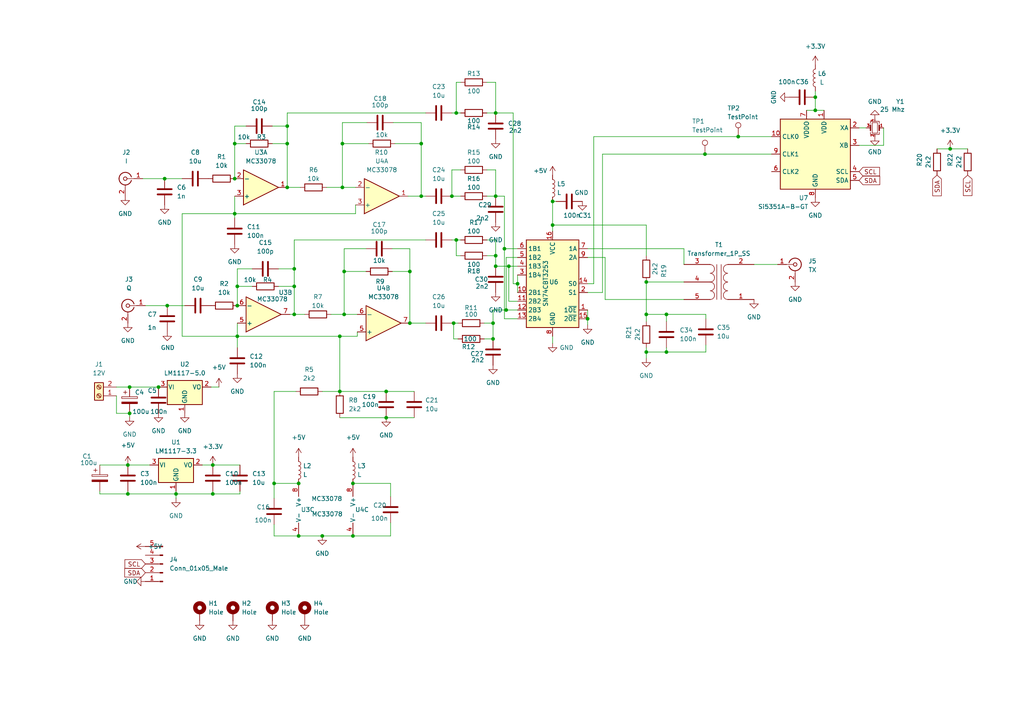
<source format=kicad_sch>
(kicad_sch (version 20230121) (generator eeschema)
  (paper "A4")
  (lib_symbols
    (symbol "+3.3V_1" (power) (pin_names (offset 0))
      (property "Value" "+3.3V_1" (at 0 3.556 0))
      (symbol "+3.3V_1_0_1"
        (polyline (pts (xy -0.762 1.27) (xy 0 2.54)))
        (polyline (pts (xy 0 0) (xy 0 2.54)))
        (polyline (pts (xy 0 2.54) (xy 0.762 1.27)))
      )
      (symbol "+3.3V_1_1_1"
        (pin power_in line (at 0 0 90) (length 0) hide (name "+3.3V") (number "1"))
      )
    )
    (symbol "Amplifier_Operational:MC33078" (pin_names (offset 0.127))
      (property "Reference" "U" (at 0 5.08 0))
      (property "Value" "MC33078" (at 0 -5.08 0))
      (symbol "MC33078_1_1"
        (polyline (pts (xy -5.08 5.08) (xy 5.08 0) (xy -5.08 -5.08) (xy -5.08 5.08)) (stroke (width 0.254)) (fill (type background)))
        (pin output line (at 7.62 0 180) (length 2.54) (name "~") (number "1"))
        (pin input line (at -7.62 -2.54 0) (length 2.54) (name "-") (number "2"))
        (pin input line (at -7.62 2.54 0) (length 2.54) (name "+") (number "3"))
      )
      (symbol "MC33078_2_1"
        (polyline (pts (xy -5.08 5.08) (xy 5.08 0) (xy -5.08 -5.08) (xy -5.08 5.08)) (stroke (width 0.254)) (fill (type background)))
        (pin input line (at -7.62 2.54 0) (length 2.54) (name "+") (number "5"))
        (pin input line (at -7.62 -2.54 0) (length 2.54) (name "-") (number "6"))
        (pin output line (at 7.62 0 180) (length 2.54) (name "~") (number "7"))
      )
      (symbol "MC33078_3_1"
        (pin power_in line (at -2.54 -7.62 90) (length 3.81) (name "V-") (number "4"))
        (pin power_in line (at -2.54 7.62 270) (length 3.81) (name "V+") (number "8"))
      )
    )
    (symbol "Analog_Switch:SN74CBT3253"
      (property "Reference" "U" (at -7.62 13.97 0))
      (property "Value" "SN74CBT3253" (at -11.43 -13.97 0))
      (symbol "SN74CBT3253_0_1"
        (rectangle (start -7.62 12.7) (end 7.62 -12.7) (stroke (width 0.254)) (fill (type background)))
        (rectangle (start 7.62 -12.7) (end 7.62 -12.7))
      )
      (symbol "SN74CBT3253_1_1"
        (pin input line (at -10.16 -7.62 0) (length 2.54) (name "1~{OE}") (number "1"))
        (pin bidirectional line (at 10.16 -2.54 180) (length 2.54) (name "2B1") (number "10"))
        (pin bidirectional line (at 10.16 -5.08 180) (length 2.54) (name "2B2") (number "11"))
        (pin bidirectional line (at 10.16 -7.62 180) (length 2.54) (name "2B3") (number "12"))
        (pin bidirectional line (at 10.16 -10.16 180) (length 2.54) (name "2B4") (number "13"))
        (pin input line (at -10.16 0 0) (length 2.54) (name "S0") (number "14"))
        (pin input line (at -10.16 -10.16 0) (length 2.54) (name "2~{OE}") (number "15"))
        (pin power_in line (at 0 15.24 270) (length 2.54) (name "VCC") (number "16"))
        (pin input line (at -10.16 -2.54 0) (length 2.54) (name "S1") (number "2"))
        (pin bidirectional line (at 10.16 2.54 180) (length 2.54) (name "1B4") (number "3"))
        (pin bidirectional line (at 10.16 5.08 180) (length 2.54) (name "1B3") (number "4"))
        (pin bidirectional line (at 10.16 7.62 180) (length 2.54) (name "1B2") (number "5"))
        (pin bidirectional line (at 10.16 10.16 180) (length 2.54) (name "1B1") (number "6"))
        (pin bidirectional line (at -10.16 10.16 0) (length 2.54) (name "1A") (number "7"))
        (pin power_in line (at 0 -15.24 90) (length 2.54) (name "GND") (number "8"))
        (pin bidirectional line (at -10.16 7.62 0) (length 2.54) (name "2A") (number "9"))
      )
    )
    (symbol "Connector:Conn_01x05_Male" (pin_names (offset 1.016) hide)
      (property "Reference" "J" (at 0 7.62 0))
      (property "Value" "Conn_01x05_Male" (at 0 -7.62 0))
      (symbol "Conn_01x05_Male_1_1"
        (polyline (pts (xy 1.27 -5.08) (xy 0.8636 -5.08)) (stroke (width 0.1524)))
        (polyline (pts (xy 1.27 -2.54) (xy 0.8636 -2.54)) (stroke (width 0.1524)))
        (polyline (pts (xy 1.27 0) (xy 0.8636 0)) (stroke (width 0.1524)))
        (polyline (pts (xy 1.27 2.54) (xy 0.8636 2.54)) (stroke (width 0.1524)))
        (polyline (pts (xy 1.27 5.08) (xy 0.8636 5.08)) (stroke (width 0.1524)))
        (rectangle (start 0.8636 -4.953) (end 0 -5.207) (stroke (width 0.1524)) (fill (type outline)))
        (rectangle (start 0.8636 -2.413) (end 0 -2.667) (stroke (width 0.1524)) (fill (type outline)))
        (rectangle (start 0.8636 0.127) (end 0 -0.127) (stroke (width 0.1524)) (fill (type outline)))
        (rectangle (start 0.8636 2.667) (end 0 2.413) (stroke (width 0.1524)) (fill (type outline)))
        (rectangle (start 0.8636 5.207) (end 0 4.953) (stroke (width 0.1524)) (fill (type outline)))
        (pin passive line (at 5.08 5.08 180) (length 3.81) (name "Pin_1") (number "1"))
        (pin passive line (at 5.08 2.54 180) (length 3.81) (name "Pin_2") (number "2"))
        (pin passive line (at 5.08 0 180) (length 3.81) (name "Pin_3") (number "3"))
        (pin passive line (at 5.08 -2.54 180) (length 3.81) (name "Pin_4") (number "4"))
        (pin passive line (at 5.08 -5.08 180) (length 3.81) (name "Pin_5") (number "5"))
      )
    )
    (symbol "Connector:Conn_Coaxial" (pin_names (offset 1.016) hide)
      (property "Reference" "J" (at 0.254 3.048 0))
      (property "Value" "Conn_Coaxial" (at 2.921 0 90))
      (symbol "Conn_Coaxial_0_1"
        (arc (start -1.778 -0.508) (mid 0.222 -1.808) (end 1.778 0) (stroke (width 0.254)))
        (polyline (pts (xy -2.54 0) (xy -0.508 0)))
        (polyline (pts (xy 0 -2.54) (xy 0 -1.778)))
        (circle (center 0 0) (radius 0.508) (stroke (width 0.2032)))
        (arc (start 1.778 0) (mid 0.222 1.8083) (end -1.778 0.508) (stroke (width 0.254)))
      )
      (symbol "Conn_Coaxial_1_1"
        (pin passive line (at -5.08 0 0) (length 2.54) (name "In") (number "1"))
        (pin passive line (at 0 -5.08 90) (length 2.54) (name "Ext") (number "2"))
      )
    )
    (symbol "Connector:Screw_Terminal_01x02" (pin_names (offset 1.016) hide)
      (property "Reference" "J" (at 0 2.54 0))
      (property "Value" "Screw_Terminal_01x02" (at 0 -5.08 0))
      (symbol "Screw_Terminal_01x02_1_1"
        (rectangle (start -1.27 1.27) (end 1.27 -3.81) (stroke (width 0.254)) (fill (type background)))
        (circle (center 0 -2.54) (radius 0.635) (stroke (width 0.1524)))
        (polyline (pts (xy -0.5334 -2.2098) (xy 0.3302 -3.048)) (stroke (width 0.1524)))
        (polyline (pts (xy -0.5334 0.3302) (xy 0.3302 -0.508)) (stroke (width 0.1524)))
        (polyline (pts (xy -0.3556 -2.032) (xy 0.508 -2.8702)) (stroke (width 0.1524)))
        (polyline (pts (xy -0.3556 0.508) (xy 0.508 -0.3302)) (stroke (width 0.1524)))
        (circle (center 0 0) (radius 0.635) (stroke (width 0.1524)))
        (pin passive line (at -5.08 0 0) (length 3.81) (name "Pin_1") (number "1"))
        (pin passive line (at -5.08 -2.54 0) (length 3.81) (name "Pin_2") (number "2"))
      )
    )
    (symbol "Connector:TestPoint" (pin_numbers hide) (pin_names (offset 0.762) hide)
      (property "Reference" "TP" (at 0 6.858 0))
      (property "Value" "TestPoint" (at 0 5.08 0))
      (symbol "TestPoint_0_1"
        (circle (center 0 3.302) (radius 0.762))
      )
      (symbol "TestPoint_1_1"
        (pin passive line (at 0 0 90) (length 2.54) (name "1") (number "1"))
      )
    )
    (symbol "Device:C" (pin_numbers hide) (pin_names (offset 0.254))
      (property "Reference" "C" (at 0.635 2.54 0))
      (property "Value" "C" (at 0.635 -2.54 0))
      (symbol "C_0_1"
        (polyline (pts (xy -2.032 -0.762) (xy 2.032 -0.762)) (stroke (width 0.508)))
        (polyline (pts (xy -2.032 0.762) (xy 2.032 0.762)) (stroke (width 0.508)))
      )
      (symbol "C_1_1"
        (pin passive line (at 0 3.81 270) (length 2.794) (name "~") (number "1"))
        (pin passive line (at 0 -3.81 90) (length 2.794) (name "~") (number "2"))
      )
    )
    (symbol "Device:C_Polarized" (pin_numbers hide) (pin_names (offset 0.254))
      (property "Reference" "C" (at 0.635 2.54 0))
      (property "Value" "C_Polarized" (at 0.635 -2.54 0))
      (symbol "C_Polarized_0_1"
        (rectangle (start -2.286 0.508) (end 2.286 1.016))
        (polyline (pts (xy -1.778 2.286) (xy -0.762 2.286)))
        (polyline (pts (xy -1.27 2.794) (xy -1.27 1.778)))
        (rectangle (start 2.286 -0.508) (end -2.286 -1.016) (fill (type outline)))
      )
      (symbol "C_Polarized_1_1"
        (pin passive line (at 0 3.81 270) (length 2.794) (name "~") (number "1"))
        (pin passive line (at 0 -3.81 90) (length 2.794) (name "~") (number "2"))
      )
    )
    (symbol "Device:Crystal_GND24_Small" (pin_names (offset 1.016) hide)
      (property "Reference" "Y" (at 1.27 4.445 0))
      (property "Value" "Crystal_GND24_Small" (at 1.27 2.54 0))
      (symbol "Crystal_GND24_Small_0_1"
        (rectangle (start -0.762 -1.524) (end 0.762 1.524))
        (polyline (pts (xy -1.27 -0.762) (xy -1.27 0.762)) (stroke (width 0.381)))
        (polyline (pts (xy 1.27 -0.762) (xy 1.27 0.762)) (stroke (width 0.381)))
        (polyline (pts (xy -1.27 -1.27) (xy -1.27 -1.905) (xy 1.27 -1.905) (xy 1.27 -1.27)))
        (polyline (pts (xy -1.27 1.27) (xy -1.27 1.905) (xy 1.27 1.905) (xy 1.27 1.27)))
      )
      (symbol "Crystal_GND24_Small_1_1"
        (pin passive line (at -2.54 0 0) (length 1.27) (name "1") (number "1"))
        (pin passive line (at 0 -2.54 90) (length 0.635) (name "2") (number "2"))
        (pin passive line (at 2.54 0 180) (length 1.27) (name "3") (number "3"))
        (pin passive line (at 0 2.54 270) (length 0.635) (name "4") (number "4"))
      )
    )
    (symbol "Device:L" (pin_numbers hide) (pin_names (offset 1.016) hide)
      (property "Reference" "L" (at -1.27 0 90))
      (property "Value" "L" (at 1.905 0 90))
      (symbol "L_0_1"
        (arc (start 0 -2.54) (mid 0.6323 -1.905) (end 0 -1.27))
        (arc (start 0 -1.27) (mid 0.6323 -0.635) (end 0 0))
        (arc (start 0 0) (mid 0.6323 0.635) (end 0 1.27))
        (arc (start 0 1.27) (mid 0.6323 1.905) (end 0 2.54))
      )
      (symbol "L_1_1"
        (pin passive line (at 0 3.81 270) (length 1.27) (name "1") (number "1"))
        (pin passive line (at 0 -3.81 90) (length 1.27) (name "2") (number "2"))
      )
    )
    (symbol "Device:R" (pin_numbers hide) (pin_names (offset 0))
      (property "Reference" "R" (at 2.032 0 90))
      (property "Value" "R" (at 0 0 90))
      (symbol "R_0_1"
        (rectangle (start -1.016 -2.54) (end 1.016 2.54) (stroke (width 0.254)))
      )
      (symbol "R_1_1"
        (pin passive line (at 0 3.81 270) (length 1.27) (name "~") (number "1"))
        (pin passive line (at 0 -3.81 90) (length 1.27) (name "~") (number "2"))
      )
    )
    (symbol "Device:Transformer_1P_SS" (pin_names (offset 1.016) hide)
      (property "Reference" "T" (at 0 6.35 0))
      (property "Value" "Transformer_1P_SS" (at 0 -7.62 0))
      (symbol "Transformer_1P_SS_0_1"
        (arc (start -2.54 -5.0546) (mid -1.6561 -4.6863) (end -1.27 -3.81))
        (arc (start -2.54 -2.5146) (mid -1.6561 -2.1463) (end -1.27 -1.27))
        (arc (start -2.54 0.0254) (mid -1.6561 0.3937) (end -1.27 1.27))
        (arc (start -2.54 2.5654) (mid -1.6561 2.9337) (end -1.27 3.81))
        (arc (start -1.27 -3.81) (mid -1.642 -2.912) (end -2.54 -2.54))
        (arc (start -1.27 -1.27) (mid -1.642 -0.372) (end -2.54 0))
        (arc (start -1.27 1.27) (mid -1.642 2.168) (end -2.54 2.54))
        (arc (start -1.27 3.81) (mid -1.642 4.708) (end -2.54 5.08))
        (polyline (pts (xy -0.635 5.08) (xy -0.635 -5.08)))
        (polyline (pts (xy 0.635 -5.08) (xy 0.635 5.08)))
        (arc (start 1.2954 -1.27) (mid 1.6599 -2.1501) (end 2.54 -2.5146))
        (arc (start 1.2954 1.27) (mid 1.6599 0.3899) (end 2.54 0.0254))
        (arc (start 1.2954 3.81) (mid 1.6599 2.9299) (end 2.54 2.5654))
        (arc (start 1.3208 -3.81) (mid 1.6853 -4.6901) (end 2.5654 -5.0546))
        (arc (start 2.54 0) (mid 1.6456 -0.3683) (end 1.2954 -1.27))
        (arc (start 2.54 2.54) (mid 1.6456 2.1717) (end 1.2954 1.27))
        (arc (start 2.54 5.08) (mid 1.6456 4.7117) (end 1.2954 3.81))
        (arc (start 2.5654 -2.54) (mid 1.671 -2.9083) (end 1.3208 -3.81))
      )
      (symbol "Transformer_1P_SS_1_1"
        (pin passive line (at -10.16 5.08 0) (length 7.62) (name "AA") (number "1"))
        (pin passive line (at -10.16 -5.08 0) (length 7.62) (name "AB") (number "2"))
        (pin passive line (at 10.16 -5.08 180) (length 7.62) (name "SA") (number "3"))
        (pin passive line (at 10.16 0 180) (length 7.62) (name "SC") (number "4"))
        (pin passive line (at 10.16 5.08 180) (length 7.62) (name "SB") (number "5"))
      )
    )
    (symbol "Mechanical:MountingHole_Pad" (pin_numbers hide) (pin_names (offset 1.016) hide)
      (property "Reference" "H" (at 0 6.35 0))
      (property "Value" "MountingHole_Pad" (at 0 4.445 0))
      (symbol "MountingHole_Pad_0_1"
        (circle (center 0 1.27) (radius 1.27) (stroke (width 1.27)))
      )
      (symbol "MountingHole_Pad_1_1"
        (pin input line (at 0 -2.54 90) (length 2.54) (name "1") (number "1"))
      )
    )
    (symbol "Oscillator:Si5351A-B-GT"
      (property "Reference" "U" (at -8.89 11.43 0))
      (property "Value" "Si5351A-B-GT" (at -12.7 -12.7 0))
      (symbol "Si5351A-B-GT_0_1"
        (rectangle (start -10.16 10.16) (end 10.16 -10.16) (stroke (width 0.254)) (fill (type background)))
      )
      (symbol "Si5351A-B-GT_1_1"
        (pin power_in line (at -2.54 12.7 270) (length 2.54) (name "VDD") (number "1"))
        (pin output line (at 12.7 5.08 180) (length 2.54) (name "CLK0") (number "10"))
        (pin input line (at -12.7 7.62 0) (length 2.54) (name "XA") (number "2"))
        (pin input line (at -12.7 2.54 0) (length 2.54) (name "XB") (number "3"))
        (pin input line (at -12.7 -5.08 0) (length 2.54) (name "SCL") (number "4"))
        (pin bidirectional line (at -12.7 -7.62 0) (length 2.54) (name "SDA") (number "5"))
        (pin output line (at 12.7 -5.08 180) (length 2.54) (name "CLK2") (number "6"))
        (pin power_in line (at 2.54 12.7 270) (length 2.54) (name "VDDO") (number "7"))
        (pin power_in line (at 0 -12.7 90) (length 2.54) (name "GND") (number "8"))
        (pin output line (at 12.7 0 180) (length 2.54) (name "CLK1") (number "9"))
      )
    )
    (symbol "Regulator_Linear:LM1117-5.0" (pin_names (offset 0.254))
      (property "Reference" "U" (at -3.81 3.175 0))
      (property "Value" "LM1117-5.0" (at 0 3.175 0))
      (symbol "LM1117-5.0_0_1"
        (rectangle (start -5.08 -5.08) (end 5.08 1.905) (stroke (width 0.254)) (fill (type background)))
      )
      (symbol "LM1117-5.0_1_1"
        (pin power_in line (at 0 -7.62 90) (length 2.54) (name "GND") (number "1"))
        (pin power_out line (at 7.62 0 180) (length 2.54) (name "VO") (number "2"))
        (pin power_in line (at -7.62 0 0) (length 2.54) (name "VI") (number "3"))
      )
    )
    (symbol "power:+5V" (power) (pin_names (offset 0))
      (property "Value" "+5V" (at 0 3.556 0))
      (symbol "+5V_0_1"
        (polyline (pts (xy -0.762 1.27) (xy 0 2.54)))
        (polyline (pts (xy 0 0) (xy 0 2.54)))
        (polyline (pts (xy 0 2.54) (xy 0.762 1.27)))
      )
      (symbol "+5V_1_1"
        (pin power_in line (at 0 0 90) (length 0) hide (name "+5V") (number "1"))
      )
    )
    (symbol "power:GND" (power) (pin_names (offset 0))
      (property "Value" "GND" (at 0 -3.81 0))
      (symbol "GND_0_1"
        (polyline (pts (xy 0 0) (xy 0 -1.27) (xy 1.27 -1.27) (xy 0 -2.54) (xy -1.27 -1.27) (xy 0 -1.27)))
      )
      (symbol "GND_1_1"
        (pin power_in line (at 0 0 270) (length 0) hide (name "GND") (number "1"))
      )
    )
  )
  (junction (at 83.312 54.356))
  (junction (at 131.572 93.726))
  (junction (at 99.314 54.356))
  (junction (at 236.474 32.004))
  (junction (at 187.452 81.788))
  (junction (at 102.362 140.208))
  (junction (at 143.764 74.168))
  (junction (at 98.552 97.536))
  (junction (at 98.552 113.538))
  (junction (at 86.614 140.208))
  (junction (at 79.502 140.208))
  (junction (at 68.834 97.536))
  (junction (at 37.592 112.268))
  (junction (at 37.084 134.874))
  (junction (at 118.872 93.726))
  (junction (at 83.312 36.576))
  (junction (at 93.472 155.448))
  (junction (at 150.114 82.296))
  (junction (at 68.072 41.656))
  (junction (at 68.072 51.816))
  (junction (at 112.014 113.538))
  (junction (at 99.822 78.74))
  (junction (at 122.174 56.896))
  (junction (at 86.614 155.448))
  (junction (at 47.752 51.816))
  (junction (at 112.014 121.158))
  (junction (at 85.344 83.058))
  (junction (at 132.334 69.596))
  (junction (at 143.764 56.896))
  (junction (at 187.452 91.186))
  (junction (at 83.312 41.656))
  (junction (at 143.764 77.216))
  (junction (at 160.274 58.42))
  (junction (at 170.434 92.456))
  (junction (at 187.452 102.108))
  (junction (at 143.002 93.726))
  (junction (at 99.314 41.656))
  (junction (at 131.064 56.896))
  (junction (at 146.304 72.136))
  (junction (at 68.834 88.646))
  (junction (at 102.362 155.448))
  (junction (at 61.722 143.256))
  (junction (at 48.514 88.646))
  (junction (at 146.812 89.916))
  (junction (at 37.084 143.256))
  (junction (at 236.474 28.194))
  (junction (at 85.344 91.186))
  (junction (at 118.872 78.74))
  (junction (at 147.574 77.216))
  (junction (at 204.47 44.704))
  (junction (at 85.344 77.978))
  (junction (at 275.59 43.18))
  (junction (at 99.822 91.186))
  (junction (at 51.054 143.256))
  (junction (at 132.334 32.766))
  (junction (at 68.834 83.058))
  (junction (at 37.592 119.888))
  (junction (at 214.122 39.624))
  (junction (at 143.002 98.298))
  (junction (at 61.722 134.874))
  (junction (at 68.072 61.976))
  (junction (at 193.294 91.186))
  (junction (at 193.294 102.108))
  (junction (at 143.764 32.766))
  (junction (at 122.174 41.656))
  (junction (at 160.274 65.278))
  (junction (at 45.974 112.268))
  (wire (pts (xy 103.124 59.436) (xy 103.124 61.976)))
  (wire (pts (xy 214.122 39.624) (xy 223.774 39.624)))
  (wire (pts (xy 251.206 37.084) (xy 249.174 37.084)))
  (wire (pts (xy 106.934 41.656) (xy 99.314 41.656)))
  (wire (pts (xy 204.724 102.108) (xy 193.294 102.108)))
  (wire (pts (xy 150.114 87.376) (xy 147.574 87.376)))
  (wire (pts (xy 150.114 79.756) (xy 150.114 82.296)))
  (wire (pts (xy 37.592 112.268) (xy 45.974 112.268)))
  (wire (pts (xy 132.334 74.168) (xy 132.334 69.596)))
  (wire (pts (xy 147.574 77.216) (xy 150.114 77.216)))
  (wire (pts (xy 113.792 72.136) (xy 118.872 72.136)))
  (wire (pts (xy 118.364 56.896) (xy 122.174 56.896)))
  (wire (pts (xy 58.674 134.874) (xy 61.722 134.874)))
  (wire (pts (xy 99.822 72.136) (xy 99.822 78.74)))
  (wire (pts (xy 204.724 100.076) (xy 204.724 102.108)))
  (wire (pts (xy 187.452 81.788) (xy 198.374 81.788)))
  (wire (pts (xy 102.362 140.208) (xy 113.284 140.208)))
  (wire (pts (xy 175.514 74.676) (xy 175.514 86.868)))
  (wire (pts (xy 37.084 142.494) (xy 37.084 143.256)))
  (wire (pts (xy 198.374 72.136) (xy 198.374 76.708)))
  (wire (pts (xy 131.064 93.726) (xy 131.572 93.726)))
  (wire (pts (xy 80.772 83.058) (xy 85.344 83.058)))
  (wire (pts (xy 143.764 32.766) (xy 143.764 23.876)))
  (wire (pts (xy 170.434 82.296) (xy 172.212 82.296)))
  (wire (pts (xy 204.724 92.456) (xy 204.724 91.186)))
  (wire (pts (xy 78.994 41.656) (xy 83.312 41.656)))
  (wire (pts (xy 93.472 113.538) (xy 98.552 113.538)))
  (wire (pts (xy 68.072 61.976) (xy 103.124 61.976)))
  (wire (pts (xy 47.752 51.816) (xy 52.832 51.816)))
  (wire (pts (xy 28.956 134.874) (xy 37.084 134.874)))
  (wire (pts (xy 193.294 91.186) (xy 187.452 91.186)))
  (wire (pts (xy 86.614 155.448) (xy 93.472 155.448)))
  (wire (pts (xy 143.002 93.726) (xy 143.002 89.916)))
  (wire (pts (xy 204.724 91.186) (xy 193.294 91.186)))
  (wire (pts (xy 143.764 77.216) (xy 147.574 77.216)))
  (wire (pts (xy 61.722 142.494) (xy 61.722 143.256)))
  (wire (pts (xy 204.47 44.704) (xy 174.752 44.704)))
  (wire (pts (xy 61.722 134.874) (xy 69.596 134.874)))
  (wire (pts (xy 187.452 102.108) (xy 187.452 100.838)))
  (wire (pts (xy 78.994 36.576) (xy 83.312 36.576)))
  (wire (pts (xy 99.822 91.186) (xy 103.632 91.186)))
  (wire (pts (xy 69.596 143.256) (xy 61.722 143.256)))
  (wire (pts (xy 131.064 49.276) (xy 131.064 56.896)))
  (wire (pts (xy 99.314 41.656) (xy 99.314 54.356)))
  (wire (pts (xy 143.764 32.766) (xy 141.224 32.766)))
  (wire (pts (xy 69.596 142.494) (xy 69.596 143.256)))
  (wire (pts (xy 146.812 89.916) (xy 150.114 89.916)))
  (wire (pts (xy 85.344 69.596) (xy 123.444 69.596)))
  (wire (pts (xy 79.502 140.208) (xy 79.502 144.526)))
  (wire (pts (xy 99.822 78.74) (xy 99.822 91.186)))
  (wire (pts (xy 146.304 92.456) (xy 150.114 92.456)))
  (wire (pts (xy 51.054 143.256) (xy 51.054 144.526)))
  (wire (pts (xy 68.834 77.978) (xy 73.152 77.978)))
  (wire (pts (xy 52.832 97.536) (xy 68.834 97.536)))
  (wire (pts (xy 68.834 97.536) (xy 68.834 93.726)))
  (wire (pts (xy 132.334 32.766) (xy 132.334 23.876)))
  (wire (pts (xy 85.344 77.978) (xy 85.344 83.058)))
  (wire (pts (xy 93.472 155.448) (xy 102.362 155.448)))
  (wire (pts (xy 256.286 37.084) (xy 256.286 42.164)))
  (wire (pts (xy 68.834 83.058) (xy 73.152 83.058)))
  (wire (pts (xy 68.834 83.058) (xy 68.834 77.978)))
  (wire (pts (xy 143.764 56.896) (xy 146.304 56.896)))
  (wire (pts (xy 68.072 41.656) (xy 71.374 41.656)))
  (wire (pts (xy 85.344 77.978) (xy 85.344 69.596)))
  (wire (pts (xy 98.552 113.538) (xy 112.014 113.538)))
  (wire (pts (xy 113.284 140.208) (xy 113.284 144.018)))
  (wire (pts (xy 143.764 69.596) (xy 141.224 69.596)))
  (wire (pts (xy 160.274 67.056) (xy 160.274 65.278)))
  (wire (pts (xy 83.312 32.766) (xy 123.444 32.766)))
  (wire (pts (xy 143.002 98.298) (xy 143.002 93.726)))
  (wire (pts (xy 271.78 43.18) (xy 275.59 43.18)))
  (wire (pts (xy 170.434 92.456) (xy 170.434 94.234)))
  (wire (pts (xy 42.164 88.646) (xy 48.514 88.646)))
  (wire (pts (xy 131.064 32.766) (xy 132.334 32.766)))
  (wire (pts (xy 193.294 93.218) (xy 193.294 91.186)))
  (wire (pts (xy 170.434 74.676) (xy 175.514 74.676)))
  (wire (pts (xy 170.434 72.136) (xy 198.374 72.136)))
  (wire (pts (xy 146.304 56.896) (xy 146.304 72.136)))
  (wire (pts (xy 52.832 61.976) (xy 52.832 97.536)))
  (wire (pts (xy 79.502 152.146) (xy 79.502 155.448)))
  (wire (pts (xy 113.284 151.638) (xy 113.284 155.448)))
  (wire (pts (xy 68.834 83.058) (xy 68.834 88.646)))
  (wire (pts (xy 146.812 74.676) (xy 146.812 89.916)))
  (wire (pts (xy 96.012 91.186) (xy 99.822 91.186)))
  (wire (pts (xy 187.452 91.186) (xy 187.452 93.218)))
  (wire (pts (xy 122.174 35.56) (xy 122.174 41.656)))
  (wire (pts (xy 141.224 49.276) (xy 143.764 49.276)))
  (wire (pts (xy 37.592 120.904) (xy 37.592 119.888)))
  (wire (pts (xy 174.752 84.836) (xy 170.434 84.836)))
  (wire (pts (xy 239.014 32.004) (xy 236.474 32.004)))
  (wire (pts (xy 172.212 39.624) (xy 214.122 39.624)))
  (wire (pts (xy 85.344 83.058) (xy 85.344 91.186)))
  (wire (pts (xy 68.072 41.656) (xy 68.072 36.576)))
  (wire (pts (xy 99.314 54.356) (xy 103.124 54.356)))
  (wire (pts (xy 131.572 98.298) (xy 132.842 98.298)))
  (wire (pts (xy 143.764 74.168) (xy 143.764 77.216)))
  (wire (pts (xy 28.956 143.256) (xy 37.084 143.256)))
  (wire (pts (xy 140.462 98.298) (xy 143.002 98.298)))
  (wire (pts (xy 118.872 93.726) (xy 123.444 93.726)))
  (wire (pts (xy 85.852 113.538) (xy 79.502 113.538)))
  (wire (pts (xy 113.792 78.74) (xy 118.872 78.74)))
  (wire (pts (xy 84.074 91.186) (xy 85.344 91.186)))
  (wire (pts (xy 51.054 142.494) (xy 51.054 143.256)))
  (wire (pts (xy 147.574 87.376) (xy 147.574 77.216)))
  (wire (pts (xy 68.072 61.976) (xy 52.832 61.976)))
  (wire (pts (xy 148.844 82.296) (xy 148.844 32.766)))
  (wire (pts (xy 33.782 119.888) (xy 33.782 114.808)))
  (wire (pts (xy 114.046 35.56) (xy 122.174 35.56)))
  (wire (pts (xy 83.312 54.356) (xy 87.122 54.356)))
  (wire (pts (xy 99.314 35.56) (xy 99.314 41.656)))
  (wire (pts (xy 174.752 44.704) (xy 174.752 84.836)))
  (wire (pts (xy 133.604 49.276) (xy 131.064 49.276)))
  (wire (pts (xy 98.552 121.158) (xy 112.014 121.158)))
  (wire (pts (xy 160.274 58.42) (xy 161.29 58.42)))
  (wire (pts (xy 131.064 69.596) (xy 132.334 69.596)))
  (wire (pts (xy 33.782 112.268) (xy 37.592 112.268)))
  (wire (pts (xy 112.014 113.538) (xy 120.142 113.538)))
  (wire (pts (xy 106.172 78.74) (xy 99.822 78.74)))
  (wire (pts (xy 150.114 82.296) (xy 150.114 84.836)))
  (wire (pts (xy 187.452 103.886) (xy 187.452 102.108)))
  (wire (pts (xy 143.764 69.596) (xy 143.764 74.168)))
  (wire (pts (xy 37.084 143.256) (xy 51.054 143.256)))
  (wire (pts (xy 143.764 49.276) (xy 143.764 56.896)))
  (wire (pts (xy 68.072 63.246) (xy 68.072 61.976)))
  (wire (pts (xy 150.114 72.136) (xy 146.304 72.136)))
  (wire (pts (xy 160.274 99.568) (xy 160.274 97.536)))
  (wire (pts (xy 187.452 81.788) (xy 187.452 91.186)))
  (wire (pts (xy 131.572 93.726) (xy 132.842 93.726)))
  (wire (pts (xy 143.002 93.726) (xy 140.462 93.726)))
  (wire (pts (xy 114.554 41.656) (xy 122.174 41.656)))
  (wire (pts (xy 256.286 42.164) (xy 249.174 42.164)))
  (wire (pts (xy 103.632 96.266) (xy 103.632 97.536)))
  (wire (pts (xy 218.694 76.708) (xy 225.552 76.708)))
  (wire (pts (xy 118.872 78.74) (xy 118.872 93.726)))
  (wire (pts (xy 132.334 69.596) (xy 133.604 69.596)))
  (wire (pts (xy 223.774 44.704) (xy 204.47 44.704)))
  (wire (pts (xy 175.514 86.868) (xy 198.374 86.868)))
  (wire (pts (xy 187.452 74.168) (xy 187.452 65.278)))
  (wire (pts (xy 37.084 134.874) (xy 43.434 134.874)))
  (wire (pts (xy 83.312 32.766) (xy 83.312 36.576)))
  (wire (pts (xy 132.334 23.876) (xy 133.604 23.876)))
  (wire (pts (xy 236.474 26.416) (xy 236.474 28.194)))
  (wire (pts (xy 187.452 65.278) (xy 160.274 65.278)))
  (wire (pts (xy 141.224 74.168) (xy 143.764 74.168)))
  (wire (pts (xy 61.214 112.268) (xy 63.5 112.268)))
  (wire (pts (xy 160.274 65.278) (xy 160.274 58.42)))
  (wire (pts (xy 68.834 97.536) (xy 68.834 100.838)))
  (wire (pts (xy 98.552 113.538) (xy 98.552 97.536)))
  (wire (pts (xy 143.764 56.896) (xy 141.224 56.896)))
  (wire (pts (xy 150.114 82.296) (xy 148.844 82.296)))
  (wire (pts (xy 146.304 72.136) (xy 146.304 92.456)))
  (wire (pts (xy 94.742 54.356) (xy 99.314 54.356)))
  (wire (pts (xy 86.614 140.208) (xy 79.502 140.208)))
  (wire (pts (xy 48.514 88.646) (xy 53.594 88.646)))
  (wire (pts (xy 68.072 61.976) (xy 68.072 56.896)))
  (wire (pts (xy 51.054 143.256) (xy 61.722 143.256)))
  (wire (pts (xy 85.344 91.186) (xy 88.392 91.186)))
  (wire (pts (xy 131.064 56.896) (xy 133.604 56.896)))
  (wire (pts (xy 79.502 155.448) (xy 86.614 155.448)))
  (wire (pts (xy 113.284 155.448) (xy 102.362 155.448)))
  (wire (pts (xy 28.956 142.494) (xy 28.956 143.256)))
  (wire (pts (xy 150.114 74.676) (xy 146.812 74.676)))
  (wire (pts (xy 68.072 36.576) (xy 71.374 36.576)))
  (wire (pts (xy 37.592 119.888) (xy 33.782 119.888)))
  (wire (pts (xy 131.572 93.726) (xy 131.572 98.298)))
  (wire (pts (xy 41.402 51.816) (xy 47.752 51.816)))
  (wire (pts (xy 275.59 43.18) (xy 280.67 43.18)))
  (wire (pts (xy 148.844 32.766) (xy 143.764 32.766)))
  (wire (pts (xy 193.294 102.108) (xy 187.452 102.108)))
  (wire (pts (xy 236.474 32.004) (xy 233.934 32.004)))
  (wire (pts (xy 68.072 51.816) (xy 68.072 41.656)))
  (wire (pts (xy 122.174 56.896) (xy 123.444 56.896)))
  (wire (pts (xy 122.174 41.656) (xy 122.174 56.896)))
  (wire (pts (xy 112.014 121.158) (xy 120.142 121.158)))
  (wire (pts (xy 172.212 39.624) (xy 172.212 82.296)))
  (wire (pts (xy 143.002 89.916) (xy 146.812 89.916)))
  (wire (pts (xy 193.294 100.838) (xy 193.294 102.108)))
  (wire (pts (xy 141.224 23.876) (xy 143.764 23.876)))
  (wire (pts (xy 236.474 28.194) (xy 236.474 32.004)))
  (wire (pts (xy 132.334 32.766) (xy 133.604 32.766)))
  (wire (pts (xy 79.502 113.538) (xy 79.502 140.208)))
  (wire (pts (xy 118.872 72.136) (xy 118.872 78.74)))
  (wire (pts (xy 106.426 35.56) (xy 99.314 35.56)))
  (wire (pts (xy 132.334 74.168) (xy 133.604 74.168)))
  (wire (pts (xy 106.172 72.136) (xy 99.822 72.136)))
  (wire (pts (xy 80.772 77.978) (xy 85.344 77.978)))
  (wire (pts (xy 98.552 97.536) (xy 103.632 97.536)))
  (wire (pts (xy 83.312 36.576) (xy 83.312 41.656)))
  (wire (pts (xy 83.312 41.656) (xy 83.312 54.356)))
  (wire (pts (xy 68.834 97.536) (xy 98.552 97.536)))
  (wire (pts (xy 170.434 89.916) (xy 170.434 92.456)))
  (global_label "SDA" (shape input) (at 42.164 166.116 180) (property "Intersheetrefs" "${INTERSHEET_REFS}" (effects hide)))
  (global_label "SCL" (shape input) (at 42.164 163.576 180) (property "Intersheetrefs" "${INTERSHEET_REFS}" (effects hide)))
  (global_label "SCL" (shape input) (at 280.67 50.8 270) (property "Intersheetrefs" "${INTERSHEET_REFS}" (effects hide)))
  (global_label "SDA" (shape input) (at 271.78 50.8 270) (property "Intersheetrefs" "${INTERSHEET_REFS}" (effects hide)))
  (global_label "SCL" (shape input) (at 249.174 49.784 0) (property "Intersheetrefs" "${INTERSHEET_REFS}" (effects hide)))
  (global_label "SDA" (shape input) (at 249.174 52.324 0) (property "Intersheetrefs" "${INTERSHEET_REFS}" (effects hide)))
  (symbol (lib_id "Device:L") (at 86.614 136.398 0) (unit 1)
    (property "Reference" "L2" (at 87.884 135.1279 0) (effects (justify left)))
    (property "Value" "L" (at 87.884 137.6679 0) (effects (justify left)))
    (property "Footprint" "Inductor_SMD:L_0603_1608Metric" (effects hide))
  )
  (symbol (lib_id "Device:R") (at 65.024 88.646 90) (unit 1)
    (property "Reference" "R2" (at 65.024 82.296 90))
    (property "Value" "10k" (at 65.024 84.836 90))
    (property "Footprint" "Resistor_SMD:R_0805_2012Metric" (effects hide))
  )
  (symbol (lib_id "Device:R") (at 137.414 23.876 90) (unit 1)
    (property "Reference" "R13" (at 137.414 21.336 90))
    (property "Value" "100" (at 137.414 26.416 90))
    (property "Footprint" "Resistor_SMD:R_0805_2012Metric" (effects hide))
  )
  (symbol (lib_id "Device:L") (at 102.362 136.398 0) (unit 1)
    (property "Reference" "L3" (at 103.632 135.1279 0) (effects (justify left)))
    (property "Value" "L" (at 103.632 137.6679 0) (effects (justify left)))
    (property "Footprint" "Inductor_SMD:L_0603_1608Metric" (effects hide))
  )
  (symbol (lib_id "Device:C") (at 109.982 72.136 270) (unit 1)
    (property "Reference" "C17" (at 109.982 65.151 90))
    (property "Value" "100p" (at 109.982 67.056 90))
    (property "Footprint" "Capacitor_SMD:C_0805_2012Metric" (effects hide))
  )
  (symbol (lib_id "power:+5V") (at 102.362 132.588 0) (unit 1)
    (property "Reference" "#PWR025" (effects hide))
    (property "Value" "+5V" (at 102.362 126.873 0))
  )
  (symbol (lib_id "Device:C") (at 68.072 67.056 180) (unit 1)
    (property "Reference" "C11" (at 71.6129 65.7859 0) (effects (justify right)))
    (property "Value" "100n" (at 71.6129 68.3259 0) (effects (justify right)))
    (property "Footprint" "Capacitor_SMD:C_0805_2012Metric" (effects hide))
  )
  (symbol (lib_id "Device:C") (at 193.294 97.028 180) (unit 1)
    (property "Reference" "C34" (at 197.104 95.7579 0) (effects (justify right)))
    (property "Value" "100n" (at 197.104 98.2979 0) (effects (justify right)))
    (property "Footprint" "Capacitor_SMD:C_0805_2012Metric" (effects hide))
  )
  (symbol (lib_id "Device:Crystal_GND24_Small") (at 253.746 37.084 0) (mirror y) (unit 1)
    (property "Reference" "Y1" (at 261.112 29.464 0))
    (property "Value" "25 Mhz" (at 258.826 31.75 0))
    (property "Footprint" "Crystal:Crystal_SMD_3225-4Pin_3.2x2.5mm" (effects hide))
  )
  (symbol (lib_name "+3.3V_1") (lib_id "power:+3.3V") (at 61.722 134.874 0) (unit 1)
    (property "Reference" "#PWR016" (effects hide))
    (property "Value" "+3.3V" (at 61.722 129.54 0))
  )
  (symbol (lib_id "Connector:Conn_01x05_Male") (at 47.244 163.576 180) (unit 1)
    (property "Reference" "J4" (at 49.149 162.3059 0) (effects (justify right)))
    (property "Value" "Conn_01x05_Male" (at 49.149 164.8459 0) (effects (justify right)))
    (property "Footprint" "Connector_PinHeader_2.54mm:PinHeader_1x05_P2.54mm_Vertical" (effects hide))
  )
  (symbol (lib_id "power:+5V") (at 86.614 132.588 0) (unit 1)
    (property "Reference" "#PWR022" (effects hide))
    (property "Value" "+5V" (at 86.614 126.873 0))
  )
  (symbol (lib_id "Device:R") (at 110.744 41.656 90) (unit 1)
    (property "Reference" "R10" (at 110.617 44.196 90))
    (property "Value" "10k" (at 110.744 39.116 90))
    (property "Footprint" "Resistor_SMD:R_0805_2012Metric" (effects hide))
  )
  (symbol (lib_id "Device:C") (at 79.502 148.336 180) (unit 1)
    (property "Reference" "C16" (at 74.422 147.066 0) (effects (justify right)))
    (property "Value" "100n" (at 73.787 150.876 0) (effects (justify right)))
    (property "Footprint" "Capacitor_SMD:C_0805_2012Metric" (effects hide))
  )
  (symbol (lib_id "Amplifier_Operational:MC33078") (at 76.454 91.186 0) (mirror x) (unit 2)
    (property "Reference" "U3" (at 82.804 84.836 0))
    (property "Value" "MC33078" (at 78.994 86.741 0))
    (property "Footprint" "Package_SO:SO-8_3.9x4.9mm_P1.27mm" (effects hide))
    (property "Datasheet" "https://www.onsemi.com/pub/Collateral/MC33078-D.PDF" (effects hide))
  )
  (symbol (lib_id "Connector:Screw_Terminal_01x02") (at 28.702 114.808 180) (unit 1)
    (property "Reference" "J1" (at 28.702 105.664 0))
    (property "Value" "12V" (at 28.702 108.204 0))
    (property "Footprint" "TerminalBlock_MetzConnect:TerminalBlock_MetzConnect_Type011_RT05502HBWC_1x02_P5.00mm_Horizontal" (effects hide))
  )
  (symbol (lib_id "power:GND") (at 253.746 34.544 0) (mirror x) (unit 1)
    (property "Reference" "#PWR048" (effects hide))
    (property "Value" "GND" (at 253.746 29.464 0))
  )
  (symbol (lib_id "power:GND") (at 48.514 96.266 0) (unit 1)
    (property "Reference" "#PWR012" (effects hide))
    (property "Value" "GND" (at 48.641 100.838 0))
  )
  (symbol (lib_id "Device:C") (at 143.764 36.576 180) (unit 1)
    (property "Reference" "C28" (at 147.32 35.814 0) (effects (justify right)))
    (property "Value" "2n2" (at 147.574 37.846 0) (effects (justify right)))
    (property "Footprint" "Capacitor_SMD:C_0805_2012Metric" (effects hide))
  )
  (symbol (lib_id "Device:C") (at 127.254 32.766 90) (unit 1)
    (property "Reference" "C23" (at 127.254 25.146 90))
    (property "Value" "10u" (at 127.254 27.686 90))
    (property "Footprint" "Capacitor_SMD:C_1206_3216Metric" (effects hide))
  )
  (symbol (lib_id "Device:C") (at 232.664 28.194 90) (unit 1)
    (property "Reference" "C36" (at 232.664 23.749 90))
    (property "Value" "100n" (at 228.219 23.749 90))
    (property "Footprint" "Capacitor_SMD:C_0805_2012Metric" (effects hide))
  )
  (symbol (lib_id "Device:R") (at 280.67 46.99 180) (unit 1)
    (property "Reference" "R22" (at 275.59 46.355 90))
    (property "Value" "2k2" (at 278.13 46.99 90))
    (property "Footprint" "Resistor_SMD:R_0805_2012Metric" (effects hide))
  )
  (symbol (lib_id "Amplifier_Operational:MC33078") (at 89.154 147.828 0) (unit 3)
    (property "Reference" "U3" (at 87.249 147.828 0) (effects (justify left)))
    (property "Value" "MC33078" (at 90.424 149.098 0) (effects (justify left)))
    (property "Footprint" "Package_SO:SO-8_3.9x4.9mm_P1.27mm" (effects hide))
    (property "Datasheet" "https://www.onsemi.com/pub/Collateral/MC33078-D.PDF" (effects hide))
  )
  (symbol (lib_id "Regulator_Linear:LM1117-5.0") (at 51.054 134.874 0) (unit 1)
    (property "Reference" "U1" (at 51.054 128.27 0))
    (property "Value" "LM1117-3.3" (at 51.054 130.81 0))
    (property "Footprint" "Package_TO_SOT_SMD:SOT-223-3_TabPin2" (effects hide))
    (property "Datasheet" "http://www.ti.com/lit/ds/symlink/lm1117.pdf" (effects hide))
  )
  (symbol (lib_id "power:GND") (at 160.274 99.568 0) (unit 1)
    (property "Reference" "#PWR0104" (effects hide))
    (property "Value" "GND" (at 162.306 100.8379 0) (effects (justify left)))
  )
  (symbol (lib_id "Device:C") (at 56.642 51.816 90) (unit 1)
    (property "Reference" "C8" (at 56.642 44.196 90))
    (property "Value" "10u" (at 56.642 46.736 90))
    (property "Footprint" "Capacitor_SMD:C_1206_3216Metric" (effects hide))
  )
  (symbol (lib_id "power:GND") (at 143.764 84.836 0) (unit 1)
    (property "Reference" "#PWR033" (effects hide))
    (property "Value" "GND" (at 143.764 89.916 0))
  )
  (symbol (lib_id "Analog_Switch:SN74CBT3253") (at 160.274 82.296 0) (mirror y) (unit 1)
    (property "Reference" "U6" (at 159.258 81.788 0) (effects (justify right)))
    (property "Value" "SN74CBT3253" (at 158.242 75.438 90) (effects (justify right)))
    (property "Footprint" "Package_SO:TSSOP-16_4.4x5mm_P0.65mm" (effects hide))
    (property "Datasheet" "http://www.ti.com/lit/gpn/sn74cbt3253" (effects hide))
  )
  (symbol (lib_id "power:GND") (at 143.764 64.516 0) (unit 1)
    (property "Reference" "#PWR032" (effects hide))
    (property "Value" "GND" (at 143.764 69.596 0))
  )
  (symbol (lib_id "Device:C") (at 143.002 102.108 180) (unit 1)
    (property "Reference" "C27" (at 136.398 102.616 0) (effects (justify right)))
    (property "Value" "2n2" (at 136.652 104.394 0) (effects (justify right)))
    (property "Footprint" "Capacitor_SMD:C_0805_2012Metric" (effects hide))
  )
  (symbol (lib_id "power:GND") (at 168.91 58.42 0) (unit 1)
    (property "Reference" "#PWR0105" (effects hide))
    (property "Value" "GND" (at 168.656 55.88 0))
  )
  (symbol (lib_id "Amplifier_Operational:MC33078") (at 111.252 93.726 0) (mirror x) (unit 2)
    (property "Reference" "U4" (at 111.252 83.566 0))
    (property "Value" "MC33078" (at 111.252 86.106 0))
    (property "Footprint" "Package_SO:SO-8_3.9x4.9mm_P1.27mm" (effects hide))
    (property "Datasheet" "https://www.onsemi.com/pub/Collateral/MC33078-D.PDF" (effects hide))
  )
  (symbol (lib_id "power:+5V") (at 37.084 134.874 0) (unit 1)
    (property "Reference" "#PWR04" (effects hide))
    (property "Value" "+5V" (at 37.084 129.159 0))
  )
  (symbol (lib_id "Device:C") (at 127.254 56.896 90) (unit 1)
    (property "Reference" "C24" (at 127.254 49.276 90))
    (property "Value" "10u" (at 127.254 51.816 90))
    (property "Footprint" "Capacitor_SMD:C_1206_3216Metric" (effects hide))
  )
  (symbol (lib_id "power:GND") (at 42.164 168.656 270) (unit 1)
    (property "Reference" "#PWR09" (effects hide))
    (property "Value" "GND" (at 35.814 168.656 90) (effects (justify left)))
  )
  (symbol (lib_id "Device:R") (at 137.414 74.168 90) (unit 1)
    (property "Reference" "R18" (at 137.414 78.613 90))
    (property "Value" "100" (at 137.414 76.708 90))
    (property "Footprint" "Resistor_SMD:R_0805_2012Metric" (effects hide))
  )
  (symbol (lib_id "Regulator_Linear:LM1117-5.0") (at 53.594 112.268 0) (unit 1)
    (property "Reference" "U2" (at 53.594 105.664 0))
    (property "Value" "LM1117-5.0" (at 53.594 108.204 0))
    (property "Footprint" "Package_TO_SOT_SMD:SOT-223-3_TabPin2" (effects hide))
    (property "Datasheet" "http://www.ti.com/lit/ds/symlink/lm1117.pdf" (effects hide))
  )
  (symbol (lib_id "Device:C") (at 45.974 116.078 180) (unit 1)
    (property "Reference" "C5" (at 42.799 113.284 0) (effects (justify right)))
    (property "Value" "100n" (at 43.561 119.38 0) (effects (justify right)))
    (property "Footprint" "Capacitor_SMD:C_0805_2012Metric" (effects hide))
  )
  (symbol (lib_id "Device:C") (at 37.084 138.684 180) (unit 1)
    (property "Reference" "C3" (at 40.6249 137.4139 0) (effects (justify right)))
    (property "Value" "100n" (at 40.6249 139.9539 0) (effects (justify right)))
    (property "Footprint" "Capacitor_SMD:C_0805_2012Metric" (effects hide))
  )
  (symbol (lib_id "Device:C") (at 204.724 96.266 180) (unit 1)
    (property "Reference" "C35" (at 207.899 94.9959 0) (effects (justify right)))
    (property "Value" "10u" (at 207.899 97.5359 0) (effects (justify right)))
    (property "Footprint" "Capacitor_SMD:C_1206_3216Metric" (effects hide))
  )
  (symbol (lib_id "power:GND") (at 88.392 180.086 0) (unit 1)
    (property "Reference" "#PWR023" (effects hide))
    (property "Value" "GND" (at 88.392 185.166 0))
  )
  (symbol (lib_id "Device:Transformer_1P_SS") (at 208.534 81.788 180) (unit 1)
    (property "Reference" "T1" (at 208.5213 70.993 0))
    (property "Value" "Transformer_1P_SS" (at 208.5213 73.533 0))
    (property "Footprint" "Tubes:Transformer_Toroid_Horizontal_D12.5mm_Amidon-T44" (effects hide))
  )
  (symbol (lib_id "Device:C") (at 69.596 138.684 180) (unit 1)
    (property "Reference" "C13" (at 73.1369 137.4139 0) (effects (justify right)))
    (property "Value" "10u" (at 73.1369 139.9539 0) (effects (justify right)))
    (property "Footprint" "Capacitor_SMD:C_0805_2012Metric" (effects hide))
  )
  (symbol (lib_id "Device:C") (at 165.1 58.42 270) (unit 1)
    (property "Reference" "C31" (at 169.672 62.484 90))
    (property "Value" "100n" (at 165.862 62.484 90))
    (property "Footprint" "Capacitor_SMD:C_0805_2012Metric" (effects hide))
  )
  (symbol (lib_id "Device:C") (at 112.014 117.348 180) (unit 1)
    (property "Reference" "C19" (at 105.156 115.062 0) (effects (justify right)))
    (property "Value" "100n" (at 104.902 117.348 0) (effects (justify right)))
    (property "Footprint" "Capacitor_SMD:C_0805_2012Metric" (effects hide))
  )
  (symbol (lib_id "Device:R") (at 187.452 97.028 180) (unit 1)
    (property "Reference" "R21" (at 182.372 96.393 90))
    (property "Value" "2k2" (at 184.912 97.028 90))
    (property "Footprint" "Resistor_SMD:R_0805_2012Metric" (effects hide))
  )
  (symbol (lib_id "Mechanical:MountingHole_Pad") (at 88.392 177.546 0) (unit 1)
    (property "Reference" "H4" (at 90.932 175.0059 0) (effects (justify left)))
    (property "Value" "Hole" (at 90.932 177.5459 0) (effects (justify left)))
    (property "Footprint" "MountingHole:MountingHole_3.2mm_M3_Pad_Via" (effects hide))
  )
  (symbol (lib_id "Connector:TestPoint") (at 214.122 39.624 0) (unit 1)
    (property "Reference" "TP2" (at 210.947 31.369 0) (effects (justify left)))
    (property "Value" "TestPoint" (at 210.947 33.909 0) (effects (justify left)))
    (property "Footprint" "TestPoint:TestPoint_Pad_D1.0mm" (effects hide))
  )
  (symbol (lib_id "Device:C") (at 76.962 77.978 270) (unit 1)
    (property "Reference" "C15" (at 76.962 70.358 90))
    (property "Value" "100p" (at 76.962 72.898 90))
    (property "Footprint" "Capacitor_SMD:C_0805_2012Metric" (effects hide))
  )
  (symbol (lib_id "power:GND") (at 53.594 119.888 0) (unit 1)
    (property "Reference" "#PWR014" (effects hide))
    (property "Value" "GND" (at 53.594 124.968 0))
  )
  (symbol (lib_id "Mechanical:MountingHole_Pad") (at 78.994 177.546 0) (unit 1)
    (property "Reference" "H3" (at 81.534 175.0059 0) (effects (justify left)))
    (property "Value" "Hole" (at 81.534 177.5459 0) (effects (justify left)))
    (property "Footprint" "MountingHole:MountingHole_3.2mm_M3_Pad_Via" (effects hide))
  )
  (symbol (lib_id "power:GND") (at 51.054 144.526 0) (unit 1)
    (property "Reference" "#PWR013" (effects hide))
    (property "Value" "GND" (at 51.054 149.606 0))
  )
  (symbol (lib_id "Device:C_Polarized") (at 28.956 138.684 0) (unit 1)
    (property "Reference" "C1" (at 23.876 132.334 0) (effects (justify left)))
    (property "Value" "100u" (at 23.241 134.239 0) (effects (justify left)))
    (property "Footprint" "Capacitor_THT:C_Radial_D5.0mm_H7.0mm_P2.00mm" (effects hide))
  )
  (symbol (lib_id "power:+5V") (at 63.5 112.268 0) (unit 1)
    (property "Reference" "#PWR017" (effects hide))
    (property "Value" "+5V" (at 63.5 106.553 0))
  )
  (symbol (lib_id "Device:R") (at 90.932 54.356 90) (unit 1)
    (property "Reference" "R6" (at 90.932 49.276 90))
    (property "Value" "10k" (at 90.932 51.816 90))
    (property "Footprint" "Resistor_SMD:R_0805_2012Metric" (effects hide))
  )
  (symbol (lib_id "power:GND") (at 37.592 120.904 0) (unit 1)
    (property "Reference" "#PWR05" (effects hide))
    (property "Value" "GND" (at 37.592 125.984 0))
  )
  (symbol (lib_id "power:GND") (at 143.002 105.918 0) (unit 1)
    (property "Reference" "#PWR030" (effects hide))
    (property "Value" "GND" (at 143.002 110.998 0))
  )
  (symbol (lib_id "Mechanical:MountingHole_Pad") (at 67.564 177.546 0) (unit 1)
    (property "Reference" "H2" (at 70.104 175.0059 0) (effects (justify left)))
    (property "Value" "Hole" (at 70.104 177.5459 0) (effects (justify left)))
    (property "Footprint" "MountingHole:MountingHole_3.2mm_M3_Pad_Via" (effects hide))
  )
  (symbol (lib_id "Device:C") (at 75.184 36.576 270) (unit 1)
    (property "Reference" "C14" (at 75.184 29.591 90))
    (property "Value" "100p" (at 75.184 31.496 90))
    (property "Footprint" "Capacitor_SMD:C_0805_2012Metric" (effects hide))
  )
  (symbol (lib_id "Device:C") (at 113.284 147.828 180) (unit 1)
    (property "Reference" "C20" (at 108.204 146.558 0) (effects (justify right)))
    (property "Value" "100n" (at 107.569 150.368 0) (effects (justify right)))
    (property "Footprint" "Capacitor_SMD:C_0805_2012Metric" (effects hide))
  )
  (symbol (lib_id "Connector:Conn_Coaxial") (at 36.322 51.816 0) (mirror y) (unit 1)
    (property "Reference" "J2" (at 36.6394 44.196 0))
    (property "Value" "I" (at 36.6394 46.736 0))
    (property "Footprint" "Connector_Coaxial:SMA_Amphenol_132134_Vertical" (effects hide))
    (property "Datasheet" " ~" (effects hide))
  )
  (symbol (lib_id "Device:R") (at 137.414 69.596 90) (unit 1)
    (property "Reference" "R17" (at 138.049 64.516 90))
    (property "Value" "100" (at 137.414 67.056 90))
    (property "Footprint" "Resistor_SMD:R_0805_2012Metric" (effects hide))
  )
  (symbol (lib_id "Connector:Conn_Coaxial") (at 37.084 88.646 0) (mirror y) (unit 1)
    (property "Reference" "J3" (at 37.4014 81.026 0))
    (property "Value" "Q" (at 37.4014 83.566 0))
    (property "Footprint" "Connector_Coaxial:SMA_Amphenol_132134_Vertical" (effects hide))
    (property "Datasheet" " ~" (effects hide))
  )
  (symbol (lib_id "Device:C") (at 68.834 104.648 180) (unit 1)
    (property "Reference" "C12" (at 72.3749 103.3779 0) (effects (justify right)))
    (property "Value" "100n" (at 72.3749 105.9179 0) (effects (justify right)))
    (property "Footprint" "Capacitor_SMD:C_0805_2012Metric" (effects hide))
  )
  (symbol (lib_name "+3.3V_1") (lib_id "power:+3.3V") (at 275.59 43.18 0) (unit 1)
    (property "Reference" "#PWR01" (effects hide))
    (property "Value" "+3.3V" (at 275.59 37.846 0))
  )
  (symbol (lib_id "Device:C") (at 48.514 92.456 180) (unit 1)
    (property "Reference" "C7" (at 42.799 91.186 0) (effects (justify right)))
    (property "Value" "1n" (at 42.799 94.996 0) (effects (justify right)))
    (property "Footprint" "Capacitor_SMD:C_0805_2012Metric" (effects hide))
  )
  (symbol (lib_id "power:GND") (at 68.072 70.866 0) (unit 1)
    (property "Reference" "#PWR019" (effects hide))
    (property "Value" "GND" (at 68.072 75.946 0))
  )
  (symbol (lib_id "Device:C") (at 57.404 88.646 90) (unit 1)
    (property "Reference" "C9" (at 57.404 81.026 90))
    (property "Value" "10u" (at 57.404 83.566 90))
    (property "Footprint" "Capacitor_SMD:C_1206_3216Metric" (effects hide))
  )
  (symbol (lib_id "Device:R") (at 109.982 78.74 90) (unit 1)
    (property "Reference" "R9" (at 110.236 81.661 90))
    (property "Value" "10k" (at 109.982 75.565 90))
    (property "Footprint" "Resistor_SMD:R_0805_2012Metric" (effects hide))
  )
  (symbol (lib_id "Device:C") (at 110.236 35.56 270) (unit 1)
    (property "Reference" "C18" (at 110.236 28.575 90))
    (property "Value" "100p" (at 110.236 30.48 90))
    (property "Footprint" "Capacitor_SMD:C_0805_2012Metric" (effects hide))
  )
  (symbol (lib_id "power:GND") (at 57.912 180.086 0) (unit 1)
    (property "Reference" "#PWR015" (effects hide))
    (property "Value" "GND" (at 57.912 185.166 0))
  )
  (symbol (lib_id "Device:C") (at 143.764 60.706 180) (unit 1)
    (property "Reference" "C29" (at 138.684 59.436 0) (effects (justify right)))
    (property "Value" "2n2" (at 138.049 63.246 0) (effects (justify right)))
    (property "Footprint" "Capacitor_SMD:C_0805_2012Metric" (effects hide))
  )
  (symbol (lib_id "power:GND") (at 47.752 59.436 0) (unit 1)
    (property "Reference" "#PWR011" (effects hide))
    (property "Value" "GND" (at 47.752 64.516 0))
  )
  (symbol (lib_id "Device:C") (at 61.722 138.684 180) (unit 1)
    (property "Reference" "C10" (at 65.2629 137.4139 0) (effects (justify right)))
    (property "Value" "100n" (at 65.2629 139.9539 0) (effects (justify right)))
    (property "Footprint" "Capacitor_SMD:C_0805_2012Metric" (effects hide))
  )
  (symbol (lib_id "Connector:Conn_Coaxial") (at 230.632 76.708 0) (unit 1)
    (property "Reference" "J5" (at 234.442 75.7311 0) (effects (justify left)))
    (property "Value" "TX" (at 234.442 78.2711 0) (effects (justify left)))
    (property "Footprint" "Connector_Coaxial:SMA_Amphenol_132134_Vertical" (effects hide))
    (property "Datasheet" " ~" (effects hide))
  )
  (symbol (lib_id "Device:R") (at 136.652 98.298 90) (unit 1)
    (property "Reference" "R12" (at 135.89 100.584 90))
    (property "Value" "100" (at 136.398 98.298 90))
    (property "Footprint" "Resistor_SMD:R_0805_2012Metric" (effects hide))
  )
  (symbol (lib_id "Device:R") (at 137.414 49.276 90) (mirror x) (unit 1)
    (property "Reference" "R15" (at 137.414 44.196 90))
    (property "Value" "100" (at 137.414 46.736 90))
    (property "Footprint" "Resistor_SMD:R_0805_2012Metric" (effects hide))
  )
  (symbol (lib_id "Oscillator:Si5351A-B-GT") (at 236.474 44.704 0) (mirror y) (unit 1)
    (property "Reference" "U7" (at 234.4546 57.404 0) (effects (justify left)))
    (property "Value" "Si5351A-B-GT" (at 234.4546 59.944 0) (effects (justify left)))
    (property "Footprint" "Package_SO:MSOP-10_3x3mm_P0.5mm" (effects hide))
    (property "Datasheet" "https://www.silabs.com/documents/public/data-sheets/Si5351-B.pdf" (effects hide))
  )
  (symbol (lib_id "Device:R") (at 89.662 113.538 90) (unit 1)
    (property "Reference" "R5" (at 89.662 107.188 90))
    (property "Value" "2k2" (at 89.662 109.728 90))
    (property "Footprint" "Resistor_SMD:R_0805_2012Metric" (effects hide))
  )
  (symbol (lib_id "Device:L") (at 236.474 22.606 0) (mirror y) (unit 1)
    (property "Reference" "L6" (at 239.649 21.336 0) (effects (justify left)))
    (property "Value" "L" (at 239.014 23.876 0) (effects (justify left)))
    (property "Footprint" "Inductor_SMD:L_0603_1608Metric" (effects hide))
  )
  (symbol (lib_id "Device:C") (at 127.254 93.726 90) (unit 1)
    (property "Reference" "C26" (at 127.254 86.106 90))
    (property "Value" "10u" (at 127.254 88.646 90))
    (property "Footprint" "Capacitor_SMD:C_1206_3216Metric" (effects hide))
  )
  (symbol (lib_id "power:GND") (at 143.764 40.386 0) (unit 1)
    (property "Reference" "#PWR031" (effects hide))
    (property "Value" "GND" (at 143.764 45.466 0))
  )
  (symbol (lib_id "power:+5V") (at 42.164 158.496 90) (unit 1)
    (property "Reference" "#PWR0103" (effects hide))
    (property "Value" "+5V" (at 42.926 158.4959 90) (effects (justify right)))
  )
  (symbol (lib_id "Amplifier_Operational:MC33078") (at 110.744 56.896 0) (mirror x) (unit 1)
    (property "Reference" "U4" (at 110.744 46.736 0))
    (property "Value" "MC33078" (at 110.744 49.276 0))
    (property "Footprint" "Package_SO:SO-8_3.9x4.9mm_P1.27mm" (effects hide))
    (property "Datasheet" "https://www.onsemi.com/pub/Collateral/MC33078-D.PDF" (effects hide))
  )
  (symbol (lib_id "Device:C_Polarized") (at 37.592 116.078 0) (unit 1)
    (property "Reference" "C4" (at 39.116 113.792 0) (effects (justify left)))
    (property "Value" "100u" (at 38.354 119.38 0) (effects (justify left)))
    (property "Footprint" "Capacitor_THT:C_Radial_D5.0mm_H7.0mm_P2.00mm" (effects hide))
  )
  (symbol (lib_id "power:GND") (at 45.974 119.888 0) (unit 1)
    (property "Reference" "#PWR010" (effects hide))
    (property "Value" "GND" (at 45.974 124.968 0))
  )
  (symbol (lib_id "Connector:TestPoint") (at 204.47 44.704 0) (unit 1)
    (property "Reference" "TP1" (at 200.7156 35.179 0) (effects (justify left)))
    (property "Value" "TestPoint" (at 200.7156 37.719 0) (effects (justify left)))
    (property "Footprint" "TestPoint:TestPoint_Pad_D1.0mm" (effects hide))
  )
  (symbol (lib_id "power:GND") (at 236.474 57.404 0) (mirror y) (unit 1)
    (property "Reference" "#PWR047" (effects hide))
    (property "Value" "GND" (at 236.474 62.484 0))
  )
  (symbol (lib_id "Device:R") (at 76.962 83.058 90) (unit 1)
    (property "Reference" "R4" (at 77.597 81.153 90))
    (property "Value" "10k" (at 72.517 81.153 90))
    (property "Footprint" "Resistor_SMD:R_0805_2012Metric" (effects hide))
  )
  (symbol (lib_id "Device:R") (at 92.202 91.186 90) (unit 1)
    (property "Reference" "R7" (at 92.202 86.106 90))
    (property "Value" "10k" (at 92.202 88.646 90))
    (property "Footprint" "Resistor_SMD:R_0805_2012Metric" (effects hide))
  )
  (symbol (lib_id "power:GND") (at 218.694 86.868 0) (mirror y) (unit 1)
    (property "Reference" "#PWR043" (effects hide))
    (property "Value" "GND" (at 218.694 91.948 0))
  )
  (symbol (lib_id "power:GND") (at 67.564 180.086 0) (unit 1)
    (property "Reference" "#PWR018" (effects hide))
    (property "Value" "GND" (at 67.564 185.166 0))
  )
  (symbol (lib_id "power:GND") (at 230.632 81.788 0) (mirror y) (unit 1)
    (property "Reference" "#PWR045" (effects hide))
    (property "Value" "GND" (at 230.632 86.868 0))
  )
  (symbol (lib_id "power:GND") (at 37.084 93.726 0) (unit 1)
    (property "Reference" "#PWR03" (effects hide))
    (property "Value" "GND" (at 37.084 98.806 0))
  )
  (symbol (lib_id "Device:R") (at 187.452 77.978 0) (unit 1)
    (property "Reference" "R19" (at 192.532 78.613 90))
    (property "Value" "2k2" (at 189.992 77.978 90))
    (property "Footprint" "Resistor_SMD:R_0805_2012Metric" (effects hide))
  )
  (symbol (lib_id "power:GND") (at 228.854 28.194 270) (unit 1)
    (property "Reference" "#PWR044" (effects hide))
    (property "Value" "GND" (at 224.409 28.194 0))
  )
  (symbol (lib_id "power:GND") (at 170.434 94.234 0) (unit 1)
    (property "Reference" "#PWR0101" (effects hide))
    (property "Value" "GND" (at 170.434 99.314 0))
  )
  (symbol (lib_id "Device:C") (at 143.764 81.026 180) (unit 1)
    (property "Reference" "C30" (at 137.668 81.026 0) (effects (justify right)))
    (property "Value" "2n2" (at 137.922 83.058 0) (effects (justify right)))
    (property "Footprint" "Capacitor_SMD:C_0805_2012Metric" (effects hide))
  )
  (symbol (lib_id "Device:R") (at 137.414 56.896 90) (unit 1)
    (property "Reference" "R16" (at 137.414 51.816 90))
    (property "Value" "100" (at 137.414 54.356 90))
    (property "Footprint" "Resistor_SMD:R_0805_2012Metric" (effects hide))
  )
  (symbol (lib_id "power:GND") (at 78.994 180.086 0) (unit 1)
    (property "Reference" "#PWR021" (effects hide))
    (property "Value" "GND" (at 78.994 185.166 0))
  )
  (symbol (lib_id "Device:C") (at 127.254 69.596 90) (unit 1)
    (property "Reference" "C25" (at 127.254 61.976 90))
    (property "Value" "10u" (at 127.254 64.516 90))
    (property "Footprint" "Capacitor_SMD:C_1206_3216Metric" (effects hide))
  )
  (symbol (lib_id "Device:R") (at 75.184 41.656 90) (unit 1)
    (property "Reference" "R3" (at 75.819 39.751 90))
    (property "Value" "10k" (at 70.739 39.751 90))
    (property "Footprint" "Resistor_SMD:R_0805_2012Metric" (effects hide))
  )
  (symbol (lib_id "power:GND") (at 93.472 155.448 0) (unit 1)
    (property "Reference" "#PWR024" (effects hide))
    (property "Value" "GND" (at 93.472 160.528 0))
  )
  (symbol (lib_id "Amplifier_Operational:MC33078") (at 104.902 147.828 0) (unit 3)
    (property "Reference" "U4" (at 102.997 147.828 0) (effects (justify left)))
    (property "Value" "MC33078" (at 90.297 144.653 0) (effects (justify left)))
    (property "Footprint" "Package_SO:SO-8_3.9x4.9mm_P1.27mm" (effects hide))
    (property "Datasheet" "https://www.onsemi.com/pub/Collateral/MC33078-D.PDF" (effects hide))
  )
  (symbol (lib_name "+3.3V_1") (lib_id "power:+3.3V") (at 236.474 18.796 0) (unit 1)
    (property "Reference" "#PWR0102" (effects hide))
    (property "Value" "+3.3V" (at 236.474 13.462 0))
  )
  (symbol (lib_id "power:GND") (at 187.452 103.886 0) (unit 1)
    (property "Reference" "#PWR040" (effects hide))
    (property "Value" "GND" (at 187.452 108.966 0))
  )
  (symbol (lib_id "power:GND") (at 36.322 56.896 0) (unit 1)
    (property "Reference" "#PWR02" (effects hide))
    (property "Value" "GND" (at 36.322 61.976 0))
  )
  (symbol (lib_id "power:+5V") (at 160.274 50.8 0) (unit 1)
    (property "Reference" "#PWR034" (effects hide))
    (property "Value" "+5V" (at 158.75 49.5301 0) (effects (justify right)))
  )
  (symbol (lib_id "power:GND") (at 68.834 108.458 0) (unit 1)
    (property "Reference" "#PWR020" (effects hide))
    (property "Value" "GND" (at 68.834 113.538 0))
  )
  (symbol (lib_id "Device:R") (at 64.262 51.816 90) (unit 1)
    (property "Reference" "R1" (at 64.262 45.466 90))
    (property "Value" "10k" (at 64.262 48.006 90))
    (property "Footprint" "Resistor_SMD:R_0805_2012Metric" (effects hide))
  )
  (symbol (lib_id "Device:R") (at 137.414 32.766 90) (unit 1)
    (property "Reference" "R14" (at 137.414 36.83 90))
    (property "Value" "100" (at 137.414 35.052 90))
    (property "Footprint" "Resistor_SMD:R_0805_2012Metric" (effects hide))
  )
  (symbol (lib_id "Amplifier_Operational:MC33078") (at 75.692 54.356 0) (mirror x) (unit 1)
    (property "Reference" "U3" (at 75.692 44.196 0))
    (property "Value" "MC33078" (at 75.692 46.736 0))
    (property "Footprint" "Package_SO:SO-8_3.9x4.9mm_P1.27mm" (effects hide))
    (property "Datasheet" "https://www.onsemi.com/pub/Collateral/MC33078-D.PDF" (effects hide))
  )
  (symbol (lib_id "Device:L") (at 160.274 54.61 0) (unit 1)
    (property "Reference" "L5" (at 161.544 53.3399 0) (effects (justify left)))
    (property "Value" "L" (at 161.544 55.8799 0) (effects (justify left)))
    (property "Footprint" "Inductor_SMD:L_0603_1608Metric" (effects hide))
  )
  (symbol (lib_id "Device:R") (at 98.552 117.348 180) (unit 1)
    (property "Reference" "R8" (at 101.092 116.0779 0) (effects (justify right)))
    (property "Value" "2k2" (at 101.092 118.6179 0) (effects (justify right)))
    (property "Footprint" "Resistor_SMD:R_0805_2012Metric" (effects hide))
  )
  (symbol (lib_id "Device:R") (at 271.78 46.99 180) (unit 1)
    (property "Reference" "R20" (at 266.7 46.355 90))
    (property "Value" "2k2" (at 269.24 46.99 90))
    (property "Footprint" "Resistor_SMD:R_0805_2012Metric" (effects hide))
  )
  (symbol (lib_id "Device:R") (at 136.652 93.726 90) (unit 1)
    (property "Reference" "R11" (at 136.652 89.281 90))
    (property "Value" "100" (at 136.652 91.186 90))
    (property "Footprint" "Resistor_SMD:R_0805_2012Metric" (effects hide))
  )
  (symbol (lib_id "Device:C") (at 47.752 55.626 180) (unit 1)
    (property "Reference" "C6" (at 51.2929 54.3559 0) (effects (justify right)))
    (property "Value" "1n" (at 51.2929 56.8959 0) (effects (justify right)))
    (property "Footprint" "Capacitor_SMD:C_0805_2012Metric" (effects hide))
  )
  (symbol (lib_id "Device:C") (at 120.142 117.348 180) (unit 1)
    (property "Reference" "C21" (at 123.317 116.0779 0) (effects (justify right)))
    (property "Value" "10u" (at 123.317 118.6179 0) (effects (justify right)))
    (property "Footprint" "Capacitor_SMD:C_1206_3216Metric" (effects hide))
  )
  (symbol (lib_id "power:GND") (at 112.014 121.158 0) (unit 1)
    (property "Reference" "#PWR026" (effects hide))
    (property "Value" "GND" (at 112.014 126.238 0))
  )
  (symbol (lib_id "Mechanical:MountingHole_Pad") (at 57.912 177.546 0) (unit 1)
    (property "Reference" "H1" (at 60.452 175.0059 0) (effects (justify left)))
    (property "Value" "Hole" (at 60.452 177.5459 0) (effects (justify left)))
    (property "Footprint" "MountingHole:MountingHole_3.2mm_M3_Pad_Via" (effects hide))
  )
  (symbol (lib_id "power:GND") (at 253.746 39.624 0) (mirror y) (unit 1)
    (property "Reference" "#PWR049" (effects hide))
    (property "Value" "GND" (at 253.746 44.069 0))
  )
)
</source>
